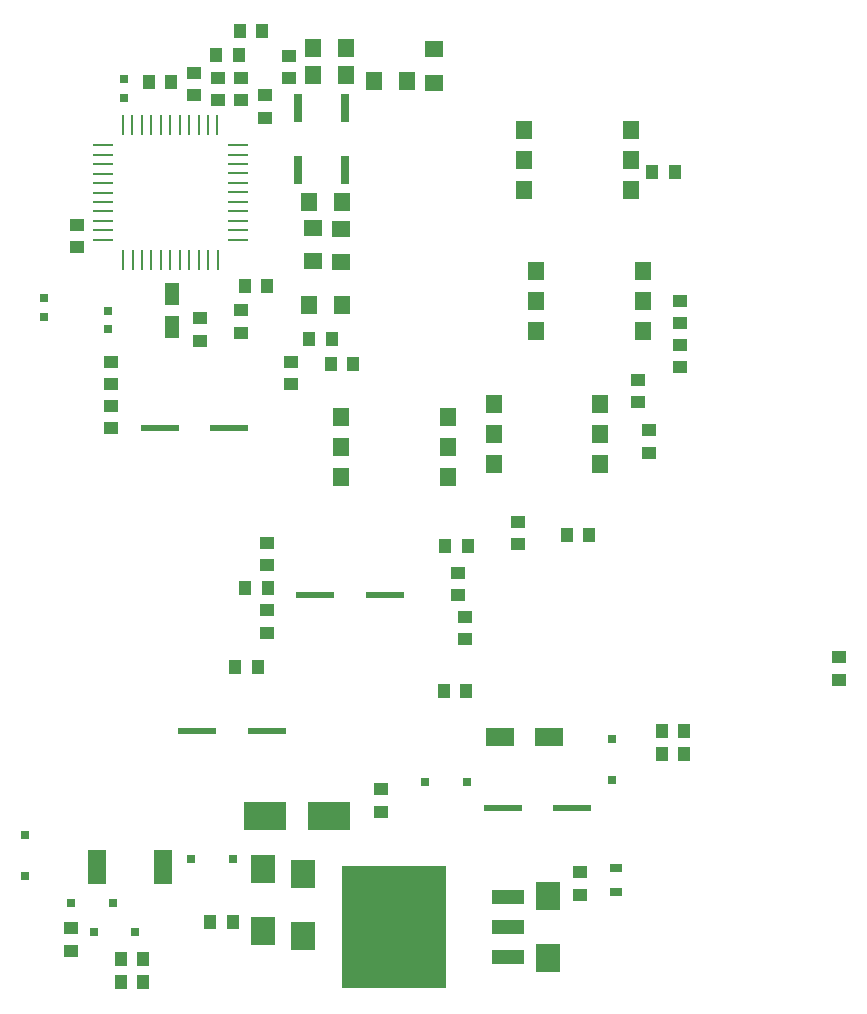
<source format=gbr>
G04 DipTrace 2.4.0.2*
%INTopPaste.gbr*%
%MOMM*%
%ADD64R,8.8X10.4*%
%ADD66R,2.8X1.25*%
%ADD68R,0.1X1.45*%
%ADD70R,0.2X1.7*%
%ADD72R,1.7X0.2*%
%ADD74R,0.8X2.45*%
%ADD76R,1.6X1.4*%
%ADD78R,1.4X1.6*%
%ADD80R,1.6X3.0*%
%ADD82R,2.35X1.65*%
%ADD84R,1.0X0.8*%
%ADD88R,1.32X1.58*%
%ADD94R,1.3X1.1*%
%ADD96R,1.1X1.3*%
%ADD102R,0.7X0.7*%
%ADD104R,3.55X2.35*%
%ADD106R,3.3X0.6*%
%ADD108R,1.15X1.95*%
%ADD110R,2.15X2.45*%
%FSLAX53Y53*%
G04*
G71*
G90*
G75*
G01*
%LNTopPaste*%
%LPD*%
D110*
X64580Y24635D3*
Y19396D3*
X40447Y21706D3*
Y26945D3*
X43813Y21239D3*
Y26478D3*
D108*
X32713Y72784D3*
Y75641D3*
D106*
X44854Y50157D3*
X50728D3*
X31676Y64287D3*
X37550D3*
D104*
X46000Y31441D3*
X40602D3*
D106*
X40738Y38633D3*
X34864D3*
X66584Y32133D3*
X60710D3*
D102*
X69947Y34466D3*
Y37959D3*
X34359Y27754D3*
X37852D3*
X24193Y24020D3*
X27685D3*
X20245Y26342D3*
Y29834D3*
X29568Y21587D3*
X26075D3*
X54159Y34287D3*
X57652D3*
X28626Y93784D3*
Y92196D3*
X21833Y73654D3*
Y75242D3*
X27301Y72624D3*
Y74211D3*
D96*
X37863Y22487D3*
X35963D3*
D94*
X24180Y20004D3*
Y21904D3*
D96*
X39963Y44020D3*
X38063D3*
D94*
X67280Y26670D3*
Y24770D3*
D88*
X68984Y61206D3*
Y63746D3*
Y66286D3*
X59935D3*
Y63746D3*
Y61206D3*
X56086Y60088D3*
Y62628D3*
Y65168D3*
X47037D3*
Y62628D3*
Y60088D3*
X72551Y72506D3*
Y75046D3*
Y77586D3*
X63502D3*
Y75046D3*
Y72506D3*
X71576Y84463D3*
Y87003D3*
Y89543D3*
X62527D3*
Y87003D3*
Y84463D3*
D96*
X28363Y17354D3*
X30263D3*
X28363Y19354D3*
X30263D3*
D84*
X70313Y24987D3*
Y26987D3*
D94*
X24647Y81470D3*
Y79570D3*
D96*
X55730Y42020D3*
X57630D3*
X66129Y55237D3*
X68029D3*
X55830Y54254D3*
X57730D3*
D94*
X57547Y48304D3*
Y46404D3*
X56913Y50137D3*
Y52037D3*
X62001Y54443D3*
Y56343D3*
X40713Y48837D3*
Y46937D3*
D96*
X40797Y50754D3*
X38897D3*
D94*
X40713Y52670D3*
Y54570D3*
X75713Y73137D3*
Y75037D3*
D96*
X44330Y71787D3*
X46230D3*
X46163Y69687D3*
X48063D3*
D94*
X72147Y66437D3*
Y68337D3*
X42747Y67970D3*
Y69870D3*
X38580Y72337D3*
Y74237D3*
X35080Y73570D3*
Y71670D3*
D96*
X74163Y36654D3*
X76063D3*
X74163Y38654D3*
X76063D3*
D94*
X89147Y44870D3*
Y42970D3*
X73113Y64070D3*
Y62170D3*
D82*
X60488Y38087D3*
X64638D3*
D94*
X50447Y31770D3*
Y33670D3*
D80*
X26380Y27087D3*
X31980D3*
D78*
X47080Y74654D3*
X44280D3*
D76*
X46980Y78354D3*
Y81154D3*
X44647Y78387D3*
Y81187D3*
X54880Y93520D3*
Y96320D3*
D78*
X49847Y93620D3*
X52647D3*
D94*
X27513Y69870D3*
Y67970D3*
X75713Y71337D3*
Y69437D3*
D78*
X47080Y83387D3*
X44280D3*
X47480Y94120D3*
X44680D3*
X47480Y96454D3*
X44680D3*
D94*
X36580Y93937D3*
Y92037D3*
D96*
X30730Y93587D3*
X32630D3*
D94*
X34547Y94370D3*
Y92470D3*
D96*
X38463Y97854D3*
X40363D3*
D94*
X40613Y92437D3*
Y90537D3*
D96*
X36463Y95854D3*
X38363D3*
D94*
X38580Y93937D3*
Y92037D3*
D96*
X38863Y76287D3*
X40763D3*
D94*
X42613Y95770D3*
Y93870D3*
D96*
X73363Y85954D3*
X75263D3*
D94*
X27513Y66137D3*
Y64237D3*
D74*
X43396Y86134D3*
Y91373D3*
X47364Y86134D3*
Y91373D3*
D72*
X38263Y80228D3*
Y81028D3*
Y81828D3*
Y82628D3*
Y83428D3*
Y84228D3*
Y85028D3*
Y85828D3*
Y86628D3*
Y87428D3*
Y88228D3*
D70*
X36555Y89920D3*
X35755D3*
X34955D3*
X34155D3*
X33355D3*
X32555D3*
X31755D3*
X30955D3*
X30155D3*
X29355D3*
X28555D3*
D72*
X26863Y88212D3*
Y87412D3*
Y86612D3*
Y85812D3*
Y85012D3*
Y84212D3*
Y83412D3*
Y82612D3*
Y81812D3*
Y81012D3*
Y80212D3*
D70*
X28571Y78520D3*
X29371D3*
X30171D3*
X30971D3*
X31771D3*
X32571D3*
X33371D3*
X34171D3*
X34971D3*
X35771D3*
X36571D3*
D68*
X33963Y24162D3*
X33313D3*
X32663D3*
X32013D3*
Y18612D3*
X32663D3*
X33313D3*
X33963D3*
D66*
X61147Y19480D3*
Y22020D3*
Y24560D3*
D64*
X51547Y22020D3*
M02*

</source>
